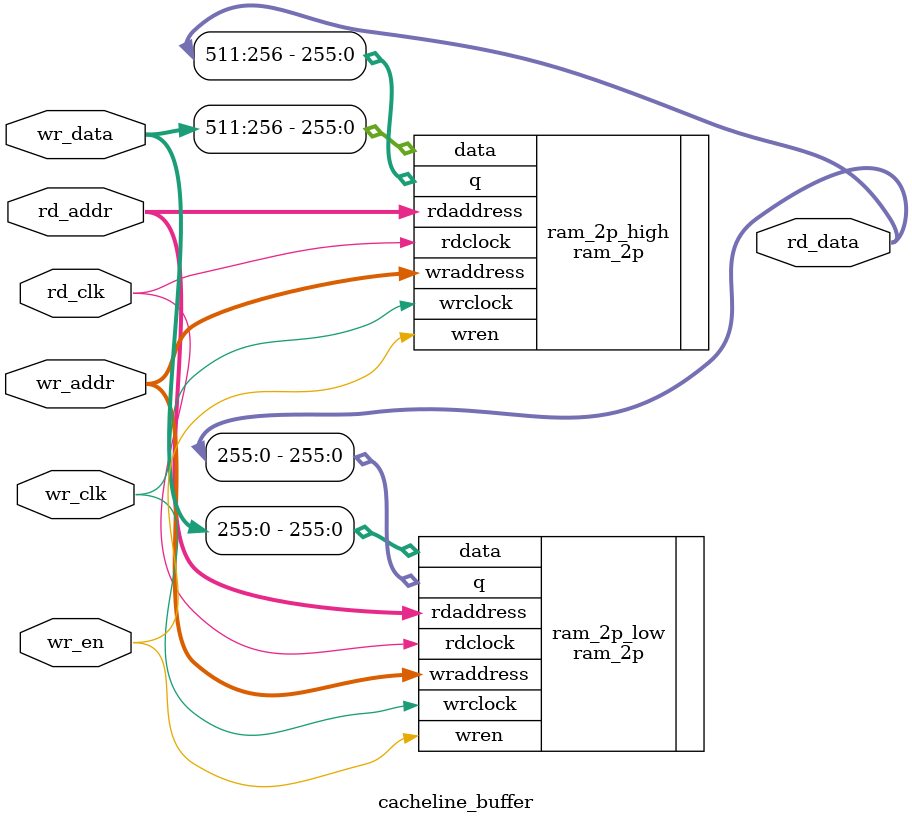
<source format=sv>
module cacheline_buffer(
	input logic wr_clk,
	input logic wr_en,
	input logic [7:0] wr_addr, 
	input logic [511:0] wr_data,
	input logic rd_clk,
	input logic [7:0] rd_addr,
	output logic [511:0] rd_data
	);
	
	ram_2p ram_2p_low(
		.data(wr_data[255:0]),
		.rdaddress(rd_addr),
		.rdclock(rd_clk), 
		.wraddress(wr_addr),
		.wrclock(wr_clk),
		.wren(wr_en),
		.q(rd_data[255:0])
	);
	
	ram_2p ram_2p_high(
		.data(wr_data[511:256]),
		.rdaddress(rd_addr),
		.rdclock(rd_clk), 
		.wraddress(wr_addr),
		.wrclock(wr_clk),
		.wren(wr_en),
		.q(rd_data[511:256])
	);
	
endmodule 

</source>
